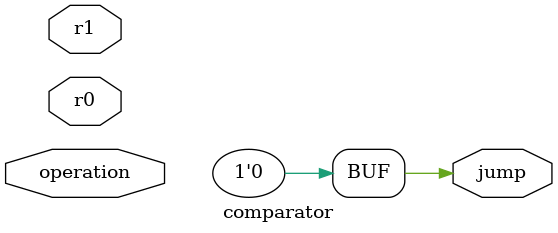
<source format=v>
module comparator(r0, r1, operation, jump);
	input[15:0] r0, r1;
	input[1:0] operation;
	output reg jump;

	always@(*)
	begin
		if(operation=="00")
		begin
			if(r0<r1)
				jump = 1;
			else
				jump = 0;

		end
		else if(operation =="01")
		begin
			if(r0>r1)
				jump = 1;
			else
				jump = 0;
		end
		else if(operation =="10")
		begin
			if(r0==r1)
				jump =1;
			else
				jump =0;

		end
		else
		begin
			jump = 0;
		end
	end
endmodule

</source>
